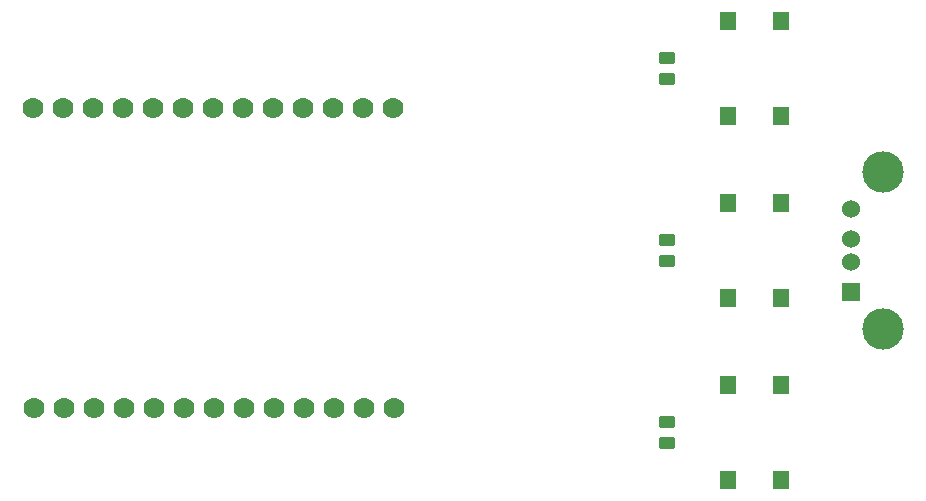
<source format=gbs>
%TF.GenerationSoftware,KiCad,Pcbnew,9.0.4*%
%TF.CreationDate,2025-11-02T13:41:35-05:00*%
%TF.ProjectId,C3I_TETRIS,4333495f-5445-4545-9249-532e6b696361,rev?*%
%TF.SameCoordinates,Original*%
%TF.FileFunction,Soldermask,Bot*%
%TF.FilePolarity,Negative*%
%FSLAX46Y46*%
G04 Gerber Fmt 4.6, Leading zero omitted, Abs format (unit mm)*
G04 Created by KiCad (PCBNEW 9.0.4) date 2025-11-02 13:41:35*
%MOMM*%
%LPD*%
G01*
G04 APERTURE LIST*
G04 Aperture macros list*
%AMRoundRect*
0 Rectangle with rounded corners*
0 $1 Rounding radius*
0 $2 $3 $4 $5 $6 $7 $8 $9 X,Y pos of 4 corners*
0 Add a 4 corners polygon primitive as box body*
4,1,4,$2,$3,$4,$5,$6,$7,$8,$9,$2,$3,0*
0 Add four circle primitives for the rounded corners*
1,1,$1+$1,$2,$3*
1,1,$1+$1,$4,$5*
1,1,$1+$1,$6,$7*
1,1,$1+$1,$8,$9*
0 Add four rect primitives between the rounded corners*
20,1,$1+$1,$2,$3,$4,$5,0*
20,1,$1+$1,$4,$5,$6,$7,0*
20,1,$1+$1,$6,$7,$8,$9,0*
20,1,$1+$1,$8,$9,$2,$3,0*%
G04 Aperture macros list end*
%ADD10C,1.778000*%
%ADD11R,1.524000X1.524000*%
%ADD12C,1.524000*%
%ADD13C,3.500000*%
%ADD14R,1.400000X1.600000*%
%ADD15RoundRect,0.250000X-0.450000X0.262500X-0.450000X-0.262500X0.450000X-0.262500X0.450000X0.262500X0*%
G04 APERTURE END LIST*
D10*
%TO.C,JP4*%
X155380000Y-82400000D03*
X152840000Y-82400000D03*
X150300000Y-82400000D03*
X147760000Y-82400000D03*
X145220000Y-82400000D03*
X142680000Y-82400000D03*
X140140000Y-82400000D03*
X137600000Y-82400000D03*
X135060000Y-82400000D03*
X132520000Y-82400000D03*
X129980000Y-82400000D03*
X127440000Y-82400000D03*
X124900000Y-82400000D03*
%TD*%
%TO.C,JP1*%
X155507000Y-107800000D03*
X152967000Y-107800000D03*
X150427000Y-107800000D03*
X147887000Y-107800000D03*
X145347000Y-107800000D03*
X142807000Y-107800000D03*
X140267000Y-107800000D03*
X137727000Y-107800000D03*
X135187000Y-107800000D03*
X132647000Y-107800000D03*
X130107000Y-107800000D03*
X127567000Y-107800000D03*
X125027000Y-107800000D03*
%TD*%
D11*
%TO.C,J1*%
X194222500Y-98000000D03*
D12*
X194222500Y-95500000D03*
X194222500Y-93500000D03*
X194222500Y-91000000D03*
D13*
X196932500Y-101175000D03*
X196932500Y-87825000D03*
%TD*%
D14*
%TO.C,SW2*%
X183800000Y-90500000D03*
X183800000Y-98500000D03*
X188300000Y-90500000D03*
X188300000Y-98500000D03*
%TD*%
D15*
%TO.C,R6*%
X178650000Y-78187500D03*
X178650000Y-80012500D03*
%TD*%
%TO.C,R8*%
X178650000Y-108987500D03*
X178650000Y-110812500D03*
%TD*%
%TO.C,R7*%
X178650000Y-93587500D03*
X178650000Y-95412500D03*
%TD*%
D14*
%TO.C,SW3*%
X183800000Y-105900000D03*
X183800000Y-113900000D03*
X188300000Y-105900000D03*
X188300000Y-113900000D03*
%TD*%
%TO.C,SW1*%
X183800000Y-75100000D03*
X183800000Y-83100000D03*
X188300000Y-75100000D03*
X188300000Y-83100000D03*
%TD*%
M02*

</source>
